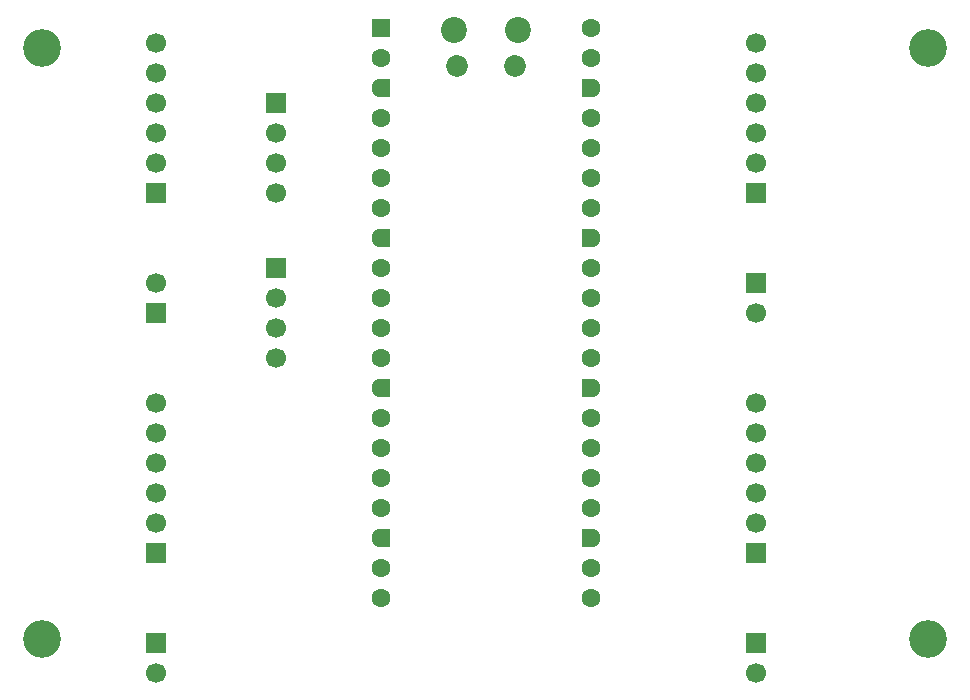
<source format=gbr>
%TF.GenerationSoftware,KiCad,Pcbnew,9.0.2*%
%TF.CreationDate,2025-07-04T09:03:12+10:00*%
%TF.ProjectId,motor-controller-pcb,6d6f746f-722d-4636-9f6e-74726f6c6c65,rev?*%
%TF.SameCoordinates,Original*%
%TF.FileFunction,Soldermask,Bot*%
%TF.FilePolarity,Negative*%
%FSLAX46Y46*%
G04 Gerber Fmt 4.6, Leading zero omitted, Abs format (unit mm)*
G04 Created by KiCad (PCBNEW 9.0.2) date 2025-07-04 09:03:12*
%MOMM*%
%LPD*%
G01*
G04 APERTURE LIST*
G04 Aperture macros list*
%AMRoundRect*
0 Rectangle with rounded corners*
0 $1 Rounding radius*
0 $2 $3 $4 $5 $6 $7 $8 $9 X,Y pos of 4 corners*
0 Add a 4 corners polygon primitive as box body*
4,1,4,$2,$3,$4,$5,$6,$7,$8,$9,$2,$3,0*
0 Add four circle primitives for the rounded corners*
1,1,$1+$1,$2,$3*
1,1,$1+$1,$4,$5*
1,1,$1+$1,$6,$7*
1,1,$1+$1,$8,$9*
0 Add four rect primitives between the rounded corners*
20,1,$1+$1,$2,$3,$4,$5,0*
20,1,$1+$1,$4,$5,$6,$7,0*
20,1,$1+$1,$6,$7,$8,$9,0*
20,1,$1+$1,$8,$9,$2,$3,0*%
%AMFreePoly0*
4,1,37,0.603843,0.796157,0.639018,0.796157,0.711114,0.766294,0.766294,0.711114,0.796157,0.639018,0.796157,0.603843,0.800000,0.600000,0.800000,-0.600000,0.796157,-0.603843,0.796157,-0.639018,0.766294,-0.711114,0.711114,-0.766294,0.639018,-0.796157,0.603843,-0.796157,0.600000,-0.800000,0.000000,-0.800000,0.000000,-0.796148,-0.078414,-0.796148,-0.232228,-0.765552,-0.377117,-0.705537,
-0.507515,-0.618408,-0.618408,-0.507515,-0.705537,-0.377117,-0.765552,-0.232228,-0.796148,-0.078414,-0.796148,0.078414,-0.765552,0.232228,-0.705537,0.377117,-0.618408,0.507515,-0.507515,0.618408,-0.377117,0.705537,-0.232228,0.765552,-0.078414,0.796148,0.000000,0.796148,0.000000,0.800000,0.600000,0.800000,0.603843,0.796157,0.603843,0.796157,$1*%
%AMFreePoly1*
4,1,37,0.000000,0.796148,0.078414,0.796148,0.232228,0.765552,0.377117,0.705537,0.507515,0.618408,0.618408,0.507515,0.705537,0.377117,0.765552,0.232228,0.796148,0.078414,0.796148,-0.078414,0.765552,-0.232228,0.705537,-0.377117,0.618408,-0.507515,0.507515,-0.618408,0.377117,-0.705537,0.232228,-0.765552,0.078414,-0.796148,0.000000,-0.796148,0.000000,-0.800000,-0.600000,-0.800000,
-0.603843,-0.796157,-0.639018,-0.796157,-0.711114,-0.766294,-0.766294,-0.711114,-0.796157,-0.639018,-0.796157,-0.603843,-0.800000,-0.600000,-0.800000,0.600000,-0.796157,0.603843,-0.796157,0.639018,-0.766294,0.711114,-0.711114,0.766294,-0.639018,0.796157,-0.603843,0.796157,-0.600000,0.800000,0.000000,0.800000,0.000000,0.796148,0.000000,0.796148,$1*%
G04 Aperture macros list end*
%ADD10C,3.200000*%
%ADD11C,1.700000*%
%ADD12R,1.700000X1.700000*%
%ADD13C,2.200000*%
%ADD14C,1.850000*%
%ADD15RoundRect,0.200000X-0.600000X-0.600000X0.600000X-0.600000X0.600000X0.600000X-0.600000X0.600000X0*%
%ADD16C,1.600000*%
%ADD17FreePoly0,0.000000*%
%ADD18FreePoly1,0.000000*%
G04 APERTURE END LIST*
D10*
%TO.C,REF\u002A\u002A*%
X115000000Y-110000000D03*
%TD*%
%TO.C,REF\u002A\u002A*%
X190000000Y-110000000D03*
%TD*%
%TO.C,REF\u002A\u002A*%
X190000000Y-60000000D03*
%TD*%
%TO.C,REF\u002A\u002A*%
X115000000Y-60000000D03*
%TD*%
D11*
%TO.C,M4*%
X175445000Y-112900000D03*
D12*
X175445000Y-110360000D03*
%TD*%
%TO.C,M3*%
X124645000Y-110360000D03*
D11*
X124645000Y-112900000D03*
%TD*%
D12*
%TO.C,M2*%
X175445000Y-79880000D03*
D11*
X175445000Y-82420000D03*
%TD*%
%TO.C,M1*%
X124645000Y-79880000D03*
D12*
X124645000Y-82420000D03*
%TD*%
%TO.C,J6*%
X134805000Y-78610000D03*
D11*
X134805000Y-81150000D03*
X134805000Y-83690000D03*
X134805000Y-86230000D03*
%TD*%
D12*
%TO.C,J5*%
X134805000Y-64640000D03*
D11*
X134805000Y-67180000D03*
X134805000Y-69720000D03*
X134805000Y-72260000D03*
%TD*%
D12*
%TO.C,J4*%
X175445000Y-102740000D03*
D11*
X175445000Y-100200000D03*
X175445000Y-97660000D03*
X175445000Y-95120000D03*
X175445000Y-92580000D03*
X175445000Y-90040000D03*
%TD*%
D12*
%TO.C,J3*%
X124645000Y-102740000D03*
D11*
X124645000Y-100200000D03*
X124645000Y-97660000D03*
X124645000Y-95120000D03*
X124645000Y-92580000D03*
X124645000Y-90040000D03*
%TD*%
D12*
%TO.C,J2*%
X175445000Y-72260000D03*
D11*
X175445000Y-69720000D03*
X175445000Y-67180000D03*
X175445000Y-64640000D03*
X175445000Y-62100000D03*
X175445000Y-59560000D03*
%TD*%
D12*
%TO.C,J1*%
X124645000Y-72260000D03*
D11*
X124645000Y-69720000D03*
X124645000Y-67180000D03*
X124645000Y-64640000D03*
X124645000Y-62100000D03*
X124645000Y-59560000D03*
%TD*%
D13*
%TO.C,A1*%
X149860000Y-58420000D03*
D14*
X150160000Y-61450000D03*
X155010000Y-61450000D03*
D13*
X155310000Y-58420000D03*
D15*
X143695000Y-58290000D03*
D16*
X143695000Y-60830000D03*
D17*
X143695000Y-63370000D03*
D16*
X143695000Y-65910000D03*
X143695000Y-68450000D03*
X143695000Y-70990000D03*
X143695000Y-73530000D03*
D17*
X143695000Y-76070000D03*
D16*
X143695000Y-78610000D03*
X143695000Y-81150000D03*
X143695000Y-83690000D03*
X143695000Y-86230000D03*
D17*
X143695000Y-88770000D03*
D16*
X143695000Y-91310000D03*
X143695000Y-93850000D03*
X143695000Y-96390000D03*
X143695000Y-98930000D03*
D17*
X143695000Y-101470000D03*
D16*
X143695000Y-104010000D03*
X143695000Y-106550000D03*
X161475000Y-106550000D03*
X161475000Y-104010000D03*
D18*
X161475000Y-101470000D03*
D16*
X161475000Y-98930000D03*
X161475000Y-96390000D03*
X161475000Y-93850000D03*
X161475000Y-91310000D03*
D18*
X161475000Y-88770000D03*
D16*
X161475000Y-86230000D03*
X161475000Y-83690000D03*
X161475000Y-81150000D03*
X161475000Y-78610000D03*
D18*
X161475000Y-76070000D03*
D16*
X161475000Y-73530000D03*
X161475000Y-70990000D03*
X161475000Y-68450000D03*
X161475000Y-65910000D03*
D18*
X161475000Y-63370000D03*
D16*
X161475000Y-60830000D03*
X161475000Y-58290000D03*
%TD*%
M02*

</source>
